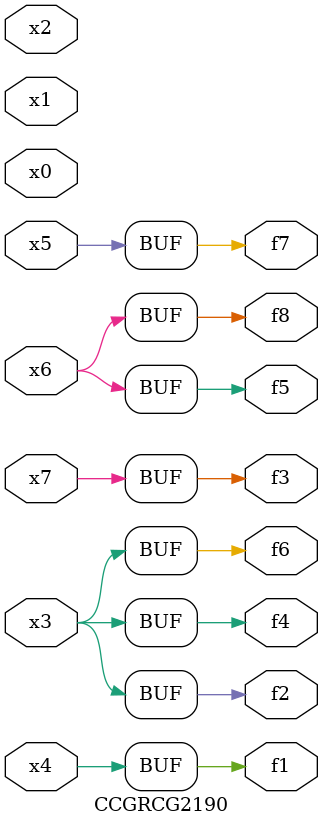
<source format=v>
module CCGRCG2190(
	input x0, x1, x2, x3, x4, x5, x6, x7,
	output f1, f2, f3, f4, f5, f6, f7, f8
);
	assign f1 = x4;
	assign f2 = x3;
	assign f3 = x7;
	assign f4 = x3;
	assign f5 = x6;
	assign f6 = x3;
	assign f7 = x5;
	assign f8 = x6;
endmodule

</source>
